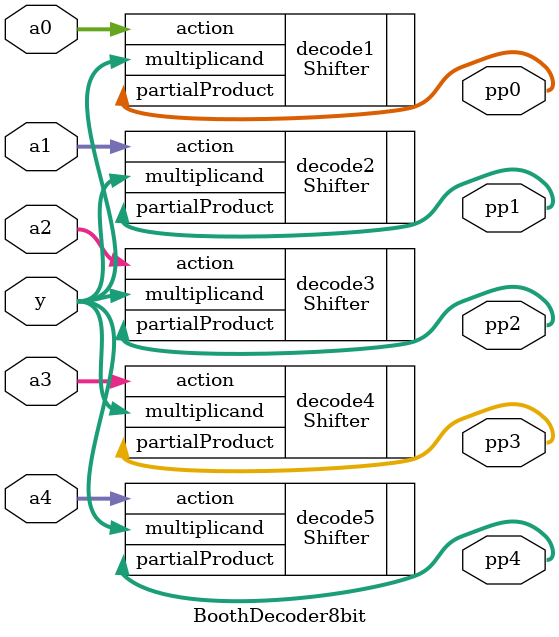
<source format=v>
module BoothDecoder8bit(input [7:0] y, input [2:0] a0, input [2:0] a1, input [2:0] a2,
						input [2:0] a3, input [2:0] a4, output [9:0] pp0, output [9:0] pp1, output [9:0] pp2,
						output [9:0] pp3, output [9:0] pp4);

		Shifter decode1(.action(a0),.multiplicand(y),.partialProduct(pp0));
		Shifter decode2(.action(a1),.multiplicand(y),.partialProduct(pp1));
		Shifter decode3(.action(a2),.multiplicand(y),.partialProduct(pp2));
		Shifter decode4(.action(a3),.multiplicand(y),.partialProduct(pp3));
		Shifter decode5(.action(a4),.multiplicand(y),.partialProduct(pp4));
endmodule

</source>
